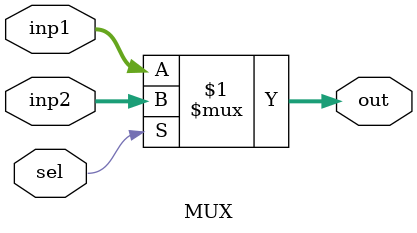
<source format=v>
module MUX #(parameter N=32)(
input [N-1:0]inp1,
inp2,input sel,
output [N-1:0]out
    );
    assign out = sel?inp2:inp1;
    
    
    
endmodule

</source>
